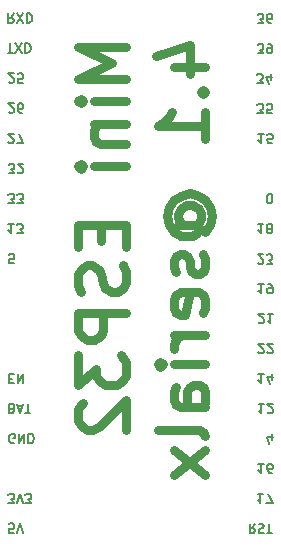
<source format=gbr>
%TF.GenerationSoftware,KiCad,Pcbnew,(5.1.8-0-10_14)*%
%TF.CreationDate,2020-12-13T22:38:35+09:00*%
%TF.ProjectId,mini-esp32,6d696e69-2d65-4737-9033-322e6b696361,rev?*%
%TF.SameCoordinates,Original*%
%TF.FileFunction,Legend,Bot*%
%TF.FilePolarity,Positive*%
%FSLAX46Y46*%
G04 Gerber Fmt 4.6, Leading zero omitted, Abs format (unit mm)*
G04 Created by KiCad (PCBNEW (5.1.8-0-10_14)) date 2020-12-13 22:38:35*
%MOMM*%
%LPD*%
G01*
G04 APERTURE LIST*
%ADD10C,0.150000*%
%ADD11C,0.750000*%
G04 APERTURE END LIST*
D10*
X143376704Y-111880695D02*
X143110038Y-112261647D01*
X142919561Y-111880695D02*
X142919561Y-112680695D01*
X143224323Y-112680695D01*
X143300514Y-112642600D01*
X143338609Y-112604504D01*
X143376704Y-112528314D01*
X143376704Y-112414028D01*
X143338609Y-112337838D01*
X143300514Y-112299742D01*
X143224323Y-112261647D01*
X142919561Y-112261647D01*
X143681466Y-111918790D02*
X143795752Y-111880695D01*
X143986228Y-111880695D01*
X144062419Y-111918790D01*
X144100514Y-111956885D01*
X144138609Y-112033076D01*
X144138609Y-112109266D01*
X144100514Y-112185457D01*
X144062419Y-112223552D01*
X143986228Y-112261647D01*
X143833847Y-112299742D01*
X143757657Y-112337838D01*
X143719561Y-112375933D01*
X143681466Y-112452123D01*
X143681466Y-112528314D01*
X143719561Y-112604504D01*
X143757657Y-112642600D01*
X143833847Y-112680695D01*
X144024323Y-112680695D01*
X144138609Y-112642600D01*
X144367180Y-112680695D02*
X144824323Y-112680695D01*
X144595752Y-111880695D02*
X144595752Y-112680695D01*
X144068819Y-109340695D02*
X143611676Y-109340695D01*
X143840247Y-109340695D02*
X143840247Y-110140695D01*
X143764057Y-110026409D01*
X143687866Y-109950219D01*
X143611676Y-109912123D01*
X144335485Y-110140695D02*
X144868819Y-110140695D01*
X144525961Y-109340695D01*
X144119619Y-106800695D02*
X143662476Y-106800695D01*
X143891047Y-106800695D02*
X143891047Y-107600695D01*
X143814857Y-107486409D01*
X143738666Y-107410219D01*
X143662476Y-107372123D01*
X144805333Y-107600695D02*
X144652952Y-107600695D01*
X144576761Y-107562600D01*
X144538666Y-107524504D01*
X144462476Y-107410219D01*
X144424380Y-107257838D01*
X144424380Y-106953076D01*
X144462476Y-106876885D01*
X144500571Y-106838790D01*
X144576761Y-106800695D01*
X144729142Y-106800695D01*
X144805333Y-106838790D01*
X144843428Y-106876885D01*
X144881523Y-106953076D01*
X144881523Y-107143552D01*
X144843428Y-107219742D01*
X144805333Y-107257838D01*
X144729142Y-107295933D01*
X144576761Y-107295933D01*
X144500571Y-107257838D01*
X144462476Y-107219742D01*
X144424380Y-107143552D01*
X144779980Y-104819428D02*
X144779980Y-104286095D01*
X144589504Y-105124190D02*
X144399028Y-104552761D01*
X144894266Y-104552761D01*
X144145019Y-101746095D02*
X143687876Y-101746095D01*
X143916447Y-101746095D02*
X143916447Y-102546095D01*
X143840257Y-102431809D01*
X143764066Y-102355619D01*
X143687876Y-102317523D01*
X144449780Y-102469904D02*
X144487876Y-102508000D01*
X144564066Y-102546095D01*
X144754542Y-102546095D01*
X144830733Y-102508000D01*
X144868828Y-102469904D01*
X144906923Y-102393714D01*
X144906923Y-102317523D01*
X144868828Y-102203238D01*
X144411685Y-101746095D01*
X144906923Y-101746095D01*
X144119619Y-99180695D02*
X143662476Y-99180695D01*
X143891047Y-99180695D02*
X143891047Y-99980695D01*
X143814857Y-99866409D01*
X143738666Y-99790219D01*
X143662476Y-99752123D01*
X144805333Y-99714028D02*
X144805333Y-99180695D01*
X144614857Y-100018790D02*
X144424380Y-99447361D01*
X144919619Y-99447361D01*
X143662476Y-97389904D02*
X143700571Y-97428000D01*
X143776761Y-97466095D01*
X143967238Y-97466095D01*
X144043428Y-97428000D01*
X144081523Y-97389904D01*
X144119619Y-97313714D01*
X144119619Y-97237523D01*
X144081523Y-97123238D01*
X143624380Y-96666095D01*
X144119619Y-96666095D01*
X144424380Y-97389904D02*
X144462476Y-97428000D01*
X144538666Y-97466095D01*
X144729142Y-97466095D01*
X144805333Y-97428000D01*
X144843428Y-97389904D01*
X144881523Y-97313714D01*
X144881523Y-97237523D01*
X144843428Y-97123238D01*
X144386285Y-96666095D01*
X144881523Y-96666095D01*
X143687876Y-94849904D02*
X143725971Y-94888000D01*
X143802161Y-94926095D01*
X143992638Y-94926095D01*
X144068828Y-94888000D01*
X144106923Y-94849904D01*
X144145019Y-94773714D01*
X144145019Y-94697523D01*
X144106923Y-94583238D01*
X143649780Y-94126095D01*
X144145019Y-94126095D01*
X144906923Y-94126095D02*
X144449780Y-94126095D01*
X144678352Y-94126095D02*
X144678352Y-94926095D01*
X144602161Y-94811809D01*
X144525971Y-94735619D01*
X144449780Y-94697523D01*
X144119619Y-91586095D02*
X143662476Y-91586095D01*
X143891047Y-91586095D02*
X143891047Y-92386095D01*
X143814857Y-92271809D01*
X143738666Y-92195619D01*
X143662476Y-92157523D01*
X144500571Y-91586095D02*
X144652952Y-91586095D01*
X144729142Y-91624190D01*
X144767238Y-91662285D01*
X144843428Y-91776571D01*
X144881523Y-91928952D01*
X144881523Y-92233714D01*
X144843428Y-92309904D01*
X144805333Y-92348000D01*
X144729142Y-92386095D01*
X144576761Y-92386095D01*
X144500571Y-92348000D01*
X144462476Y-92309904D01*
X144424380Y-92233714D01*
X144424380Y-92043238D01*
X144462476Y-91967047D01*
X144500571Y-91928952D01*
X144576761Y-91890857D01*
X144729142Y-91890857D01*
X144805333Y-91928952D01*
X144843428Y-91967047D01*
X144881523Y-92043238D01*
X143637076Y-89795304D02*
X143675171Y-89833400D01*
X143751361Y-89871495D01*
X143941838Y-89871495D01*
X144018028Y-89833400D01*
X144056123Y-89795304D01*
X144094219Y-89719114D01*
X144094219Y-89642923D01*
X144056123Y-89528638D01*
X143598980Y-89071495D01*
X144094219Y-89071495D01*
X144360885Y-89871495D02*
X144856123Y-89871495D01*
X144589457Y-89566733D01*
X144703742Y-89566733D01*
X144779933Y-89528638D01*
X144818028Y-89490542D01*
X144856123Y-89414352D01*
X144856123Y-89223876D01*
X144818028Y-89147685D01*
X144779933Y-89109590D01*
X144703742Y-89071495D01*
X144475171Y-89071495D01*
X144398980Y-89109590D01*
X144360885Y-89147685D01*
X144094219Y-86480695D02*
X143637076Y-86480695D01*
X143865647Y-86480695D02*
X143865647Y-87280695D01*
X143789457Y-87166409D01*
X143713266Y-87090219D01*
X143637076Y-87052123D01*
X144551361Y-86937838D02*
X144475171Y-86975933D01*
X144437076Y-87014028D01*
X144398980Y-87090219D01*
X144398980Y-87128314D01*
X144437076Y-87204504D01*
X144475171Y-87242600D01*
X144551361Y-87280695D01*
X144703742Y-87280695D01*
X144779933Y-87242600D01*
X144818028Y-87204504D01*
X144856123Y-87128314D01*
X144856123Y-87090219D01*
X144818028Y-87014028D01*
X144779933Y-86975933D01*
X144703742Y-86937838D01*
X144551361Y-86937838D01*
X144475171Y-86899742D01*
X144437076Y-86861647D01*
X144398980Y-86785457D01*
X144398980Y-86633076D01*
X144437076Y-86556885D01*
X144475171Y-86518790D01*
X144551361Y-86480695D01*
X144703742Y-86480695D01*
X144779933Y-86518790D01*
X144818028Y-86556885D01*
X144856123Y-86633076D01*
X144856123Y-86785457D01*
X144818028Y-86861647D01*
X144779933Y-86899742D01*
X144703742Y-86937838D01*
X144589504Y-84766095D02*
X144665695Y-84766095D01*
X144741885Y-84728000D01*
X144779980Y-84689904D01*
X144818076Y-84613714D01*
X144856171Y-84461333D01*
X144856171Y-84270857D01*
X144818076Y-84118476D01*
X144779980Y-84042285D01*
X144741885Y-84004190D01*
X144665695Y-83966095D01*
X144589504Y-83966095D01*
X144513314Y-84004190D01*
X144475219Y-84042285D01*
X144437123Y-84118476D01*
X144399028Y-84270857D01*
X144399028Y-84461333D01*
X144437123Y-84613714D01*
X144475219Y-84689904D01*
X144513314Y-84728000D01*
X144589504Y-84766095D01*
X144119619Y-78860695D02*
X143662476Y-78860695D01*
X143891047Y-78860695D02*
X143891047Y-79660695D01*
X143814857Y-79546409D01*
X143738666Y-79470219D01*
X143662476Y-79432123D01*
X144843428Y-79660695D02*
X144462476Y-79660695D01*
X144424380Y-79279742D01*
X144462476Y-79317838D01*
X144538666Y-79355933D01*
X144729142Y-79355933D01*
X144805333Y-79317838D01*
X144843428Y-79279742D01*
X144881523Y-79203552D01*
X144881523Y-79013076D01*
X144843428Y-78936885D01*
X144805333Y-78898790D01*
X144729142Y-78860695D01*
X144538666Y-78860695D01*
X144462476Y-78898790D01*
X144424380Y-78936885D01*
X143573580Y-77146095D02*
X144068819Y-77146095D01*
X143802152Y-76841333D01*
X143916438Y-76841333D01*
X143992628Y-76803238D01*
X144030723Y-76765142D01*
X144068819Y-76688952D01*
X144068819Y-76498476D01*
X144030723Y-76422285D01*
X143992628Y-76384190D01*
X143916438Y-76346095D01*
X143687866Y-76346095D01*
X143611676Y-76384190D01*
X143573580Y-76422285D01*
X144792628Y-77146095D02*
X144411676Y-77146095D01*
X144373580Y-76765142D01*
X144411676Y-76803238D01*
X144487866Y-76841333D01*
X144678342Y-76841333D01*
X144754533Y-76803238D01*
X144792628Y-76765142D01*
X144830723Y-76688952D01*
X144830723Y-76498476D01*
X144792628Y-76422285D01*
X144754533Y-76384190D01*
X144678342Y-76346095D01*
X144487866Y-76346095D01*
X144411676Y-76384190D01*
X144373580Y-76422285D01*
X143548180Y-74606095D02*
X144043419Y-74606095D01*
X143776752Y-74301333D01*
X143891038Y-74301333D01*
X143967228Y-74263238D01*
X144005323Y-74225142D01*
X144043419Y-74148952D01*
X144043419Y-73958476D01*
X144005323Y-73882285D01*
X143967228Y-73844190D01*
X143891038Y-73806095D01*
X143662466Y-73806095D01*
X143586276Y-73844190D01*
X143548180Y-73882285D01*
X144729133Y-74339428D02*
X144729133Y-73806095D01*
X144538657Y-74644190D02*
X144348180Y-74072761D01*
X144843419Y-74072761D01*
X143598980Y-72066095D02*
X144094219Y-72066095D01*
X143827552Y-71761333D01*
X143941838Y-71761333D01*
X144018028Y-71723238D01*
X144056123Y-71685142D01*
X144094219Y-71608952D01*
X144094219Y-71418476D01*
X144056123Y-71342285D01*
X144018028Y-71304190D01*
X143941838Y-71266095D01*
X143713266Y-71266095D01*
X143637076Y-71304190D01*
X143598980Y-71342285D01*
X144475171Y-71266095D02*
X144627552Y-71266095D01*
X144703742Y-71304190D01*
X144741838Y-71342285D01*
X144818028Y-71456571D01*
X144856123Y-71608952D01*
X144856123Y-71913714D01*
X144818028Y-71989904D01*
X144779933Y-72028000D01*
X144703742Y-72066095D01*
X144551361Y-72066095D01*
X144475171Y-72028000D01*
X144437076Y-71989904D01*
X144398980Y-71913714D01*
X144398980Y-71723238D01*
X144437076Y-71647047D01*
X144475171Y-71608952D01*
X144551361Y-71570857D01*
X144703742Y-71570857D01*
X144779933Y-71608952D01*
X144818028Y-71647047D01*
X144856123Y-71723238D01*
X143598980Y-69500695D02*
X144094219Y-69500695D01*
X143827552Y-69195933D01*
X143941838Y-69195933D01*
X144018028Y-69157838D01*
X144056123Y-69119742D01*
X144094219Y-69043552D01*
X144094219Y-68853076D01*
X144056123Y-68776885D01*
X144018028Y-68738790D01*
X143941838Y-68700695D01*
X143713266Y-68700695D01*
X143637076Y-68738790D01*
X143598980Y-68776885D01*
X144779933Y-69500695D02*
X144627552Y-69500695D01*
X144551361Y-69462600D01*
X144513266Y-69424504D01*
X144437076Y-69310219D01*
X144398980Y-69157838D01*
X144398980Y-68853076D01*
X144437076Y-68776885D01*
X144475171Y-68738790D01*
X144551361Y-68700695D01*
X144703742Y-68700695D01*
X144779933Y-68738790D01*
X144818028Y-68776885D01*
X144856123Y-68853076D01*
X144856123Y-69043552D01*
X144818028Y-69119742D01*
X144779933Y-69157838D01*
X144703742Y-69195933D01*
X144551361Y-69195933D01*
X144475171Y-69157838D01*
X144437076Y-69119742D01*
X144398980Y-69043552D01*
X122961466Y-68675295D02*
X122694800Y-69056247D01*
X122504323Y-68675295D02*
X122504323Y-69475295D01*
X122809085Y-69475295D01*
X122885276Y-69437200D01*
X122923371Y-69399104D01*
X122961466Y-69322914D01*
X122961466Y-69208628D01*
X122923371Y-69132438D01*
X122885276Y-69094342D01*
X122809085Y-69056247D01*
X122504323Y-69056247D01*
X123228133Y-69475295D02*
X123761466Y-68675295D01*
X123761466Y-69475295D02*
X123228133Y-68675295D01*
X124066228Y-68675295D02*
X124066228Y-69475295D01*
X124256704Y-69475295D01*
X124370990Y-69437200D01*
X124447180Y-69361009D01*
X124485276Y-69284819D01*
X124523371Y-69132438D01*
X124523371Y-69018152D01*
X124485276Y-68865771D01*
X124447180Y-68789580D01*
X124370990Y-68713390D01*
X124256704Y-68675295D01*
X124066228Y-68675295D01*
X122434476Y-72015295D02*
X122891619Y-72015295D01*
X122663047Y-71215295D02*
X122663047Y-72015295D01*
X123082095Y-72015295D02*
X123615428Y-71215295D01*
X123615428Y-72015295D02*
X123082095Y-71215295D01*
X123920190Y-71215295D02*
X123920190Y-72015295D01*
X124110666Y-72015295D01*
X124224952Y-71977200D01*
X124301142Y-71901009D01*
X124339238Y-71824819D01*
X124377333Y-71672438D01*
X124377333Y-71558152D01*
X124339238Y-71405771D01*
X124301142Y-71329580D01*
X124224952Y-71253390D01*
X124110666Y-71215295D01*
X123920190Y-71215295D01*
X122529676Y-74479104D02*
X122567771Y-74517200D01*
X122643961Y-74555295D01*
X122834438Y-74555295D01*
X122910628Y-74517200D01*
X122948723Y-74479104D01*
X122986819Y-74402914D01*
X122986819Y-74326723D01*
X122948723Y-74212438D01*
X122491580Y-73755295D01*
X122986819Y-73755295D01*
X123710628Y-74555295D02*
X123329676Y-74555295D01*
X123291580Y-74174342D01*
X123329676Y-74212438D01*
X123405866Y-74250533D01*
X123596342Y-74250533D01*
X123672533Y-74212438D01*
X123710628Y-74174342D01*
X123748723Y-74098152D01*
X123748723Y-73907676D01*
X123710628Y-73831485D01*
X123672533Y-73793390D01*
X123596342Y-73755295D01*
X123405866Y-73755295D01*
X123329676Y-73793390D01*
X123291580Y-73831485D01*
X122529676Y-77019104D02*
X122567771Y-77057200D01*
X122643961Y-77095295D01*
X122834438Y-77095295D01*
X122910628Y-77057200D01*
X122948723Y-77019104D01*
X122986819Y-76942914D01*
X122986819Y-76866723D01*
X122948723Y-76752438D01*
X122491580Y-76295295D01*
X122986819Y-76295295D01*
X123672533Y-77095295D02*
X123520152Y-77095295D01*
X123443961Y-77057200D01*
X123405866Y-77019104D01*
X123329676Y-76904819D01*
X123291580Y-76752438D01*
X123291580Y-76447676D01*
X123329676Y-76371485D01*
X123367771Y-76333390D01*
X123443961Y-76295295D01*
X123596342Y-76295295D01*
X123672533Y-76333390D01*
X123710628Y-76371485D01*
X123748723Y-76447676D01*
X123748723Y-76638152D01*
X123710628Y-76714342D01*
X123672533Y-76752438D01*
X123596342Y-76790533D01*
X123443961Y-76790533D01*
X123367771Y-76752438D01*
X123329676Y-76714342D01*
X123291580Y-76638152D01*
X122504276Y-79584504D02*
X122542371Y-79622600D01*
X122618561Y-79660695D01*
X122809038Y-79660695D01*
X122885228Y-79622600D01*
X122923323Y-79584504D01*
X122961419Y-79508314D01*
X122961419Y-79432123D01*
X122923323Y-79317838D01*
X122466180Y-78860695D01*
X122961419Y-78860695D01*
X123228085Y-79660695D02*
X123761419Y-79660695D01*
X123418561Y-78860695D01*
X122516980Y-82200695D02*
X123012219Y-82200695D01*
X122745552Y-81895933D01*
X122859838Y-81895933D01*
X122936028Y-81857838D01*
X122974123Y-81819742D01*
X123012219Y-81743552D01*
X123012219Y-81553076D01*
X122974123Y-81476885D01*
X122936028Y-81438790D01*
X122859838Y-81400695D01*
X122631266Y-81400695D01*
X122555076Y-81438790D01*
X122516980Y-81476885D01*
X123316980Y-82124504D02*
X123355076Y-82162600D01*
X123431266Y-82200695D01*
X123621742Y-82200695D01*
X123697933Y-82162600D01*
X123736028Y-82124504D01*
X123774123Y-82048314D01*
X123774123Y-81972123D01*
X123736028Y-81857838D01*
X123278885Y-81400695D01*
X123774123Y-81400695D01*
X122491580Y-84740695D02*
X122986819Y-84740695D01*
X122720152Y-84435933D01*
X122834438Y-84435933D01*
X122910628Y-84397838D01*
X122948723Y-84359742D01*
X122986819Y-84283552D01*
X122986819Y-84093076D01*
X122948723Y-84016885D01*
X122910628Y-83978790D01*
X122834438Y-83940695D01*
X122605866Y-83940695D01*
X122529676Y-83978790D01*
X122491580Y-84016885D01*
X123253485Y-84740695D02*
X123748723Y-84740695D01*
X123482057Y-84435933D01*
X123596342Y-84435933D01*
X123672533Y-84397838D01*
X123710628Y-84359742D01*
X123748723Y-84283552D01*
X123748723Y-84093076D01*
X123710628Y-84016885D01*
X123672533Y-83978790D01*
X123596342Y-83940695D01*
X123367771Y-83940695D01*
X123291580Y-83978790D01*
X123253485Y-84016885D01*
X122961419Y-86479095D02*
X122504276Y-86479095D01*
X122732847Y-86479095D02*
X122732847Y-87279095D01*
X122656657Y-87164809D01*
X122580466Y-87088619D01*
X122504276Y-87050523D01*
X123228085Y-87279095D02*
X123723323Y-87279095D01*
X123456657Y-86974333D01*
X123570942Y-86974333D01*
X123647133Y-86936238D01*
X123685228Y-86898142D01*
X123723323Y-86821952D01*
X123723323Y-86631476D01*
X123685228Y-86555285D01*
X123647133Y-86517190D01*
X123570942Y-86479095D01*
X123342371Y-86479095D01*
X123266180Y-86517190D01*
X123228085Y-86555285D01*
X122948676Y-89820695D02*
X122567723Y-89820695D01*
X122529628Y-89439742D01*
X122567723Y-89477838D01*
X122643914Y-89515933D01*
X122834390Y-89515933D01*
X122910580Y-89477838D01*
X122948676Y-89439742D01*
X122986771Y-89363552D01*
X122986771Y-89173076D01*
X122948676Y-89096885D01*
X122910580Y-89058790D01*
X122834390Y-89020695D01*
X122643914Y-89020695D01*
X122567723Y-89058790D01*
X122529628Y-89096885D01*
X122574123Y-99625142D02*
X122840790Y-99625142D01*
X122955076Y-99206095D02*
X122574123Y-99206095D01*
X122574123Y-100006095D01*
X122955076Y-100006095D01*
X123297933Y-99206095D02*
X123297933Y-100006095D01*
X123755076Y-99206095D01*
X123755076Y-100006095D01*
X122802723Y-102139742D02*
X122917009Y-102101647D01*
X122955104Y-102063552D01*
X122993200Y-101987361D01*
X122993200Y-101873076D01*
X122955104Y-101796885D01*
X122917009Y-101758790D01*
X122840819Y-101720695D01*
X122536057Y-101720695D01*
X122536057Y-102520695D01*
X122802723Y-102520695D01*
X122878914Y-102482600D01*
X122917009Y-102444504D01*
X122955104Y-102368314D01*
X122955104Y-102292123D01*
X122917009Y-102215933D01*
X122878914Y-102177838D01*
X122802723Y-102139742D01*
X122536057Y-102139742D01*
X123297961Y-101949266D02*
X123678914Y-101949266D01*
X123221771Y-101720695D02*
X123488438Y-102520695D01*
X123755104Y-101720695D01*
X123907485Y-102520695D02*
X124364628Y-102520695D01*
X124136057Y-101720695D02*
X124136057Y-102520695D01*
X122986876Y-105022600D02*
X122910685Y-105060695D01*
X122796400Y-105060695D01*
X122682114Y-105022600D01*
X122605923Y-104946409D01*
X122567828Y-104870219D01*
X122529733Y-104717838D01*
X122529733Y-104603552D01*
X122567828Y-104451171D01*
X122605923Y-104374980D01*
X122682114Y-104298790D01*
X122796400Y-104260695D01*
X122872590Y-104260695D01*
X122986876Y-104298790D01*
X123024971Y-104336885D01*
X123024971Y-104603552D01*
X122872590Y-104603552D01*
X123367828Y-104260695D02*
X123367828Y-105060695D01*
X123824971Y-104260695D01*
X123824971Y-105060695D01*
X124205923Y-104260695D02*
X124205923Y-105060695D01*
X124396400Y-105060695D01*
X124510685Y-105022600D01*
X124586876Y-104946409D01*
X124624971Y-104870219D01*
X124663066Y-104717838D01*
X124663066Y-104603552D01*
X124624971Y-104451171D01*
X124586876Y-104374980D01*
X124510685Y-104298790D01*
X124396400Y-104260695D01*
X124205923Y-104260695D01*
X122504323Y-110140695D02*
X122999561Y-110140695D01*
X122732895Y-109835933D01*
X122847180Y-109835933D01*
X122923371Y-109797838D01*
X122961466Y-109759742D01*
X122999561Y-109683552D01*
X122999561Y-109493076D01*
X122961466Y-109416885D01*
X122923371Y-109378790D01*
X122847180Y-109340695D01*
X122618609Y-109340695D01*
X122542419Y-109378790D01*
X122504323Y-109416885D01*
X123228133Y-110140695D02*
X123494800Y-109340695D01*
X123761466Y-110140695D01*
X123951942Y-110140695D02*
X124447180Y-110140695D01*
X124180514Y-109835933D01*
X124294800Y-109835933D01*
X124370990Y-109797838D01*
X124409085Y-109759742D01*
X124447180Y-109683552D01*
X124447180Y-109493076D01*
X124409085Y-109416885D01*
X124370990Y-109378790D01*
X124294800Y-109340695D01*
X124066228Y-109340695D01*
X123990038Y-109378790D01*
X123951942Y-109416885D01*
X122936019Y-112655295D02*
X122555066Y-112655295D01*
X122516971Y-112274342D01*
X122555066Y-112312438D01*
X122631257Y-112350533D01*
X122821733Y-112350533D01*
X122897923Y-112312438D01*
X122936019Y-112274342D01*
X122974114Y-112198152D01*
X122974114Y-112007676D01*
X122936019Y-111931485D01*
X122897923Y-111893390D01*
X122821733Y-111855295D01*
X122631257Y-111855295D01*
X122555066Y-111893390D01*
X122516971Y-111931485D01*
X123202685Y-112655295D02*
X123469352Y-111855295D01*
X123736019Y-112655295D01*
D11*
X132434523Y-71539880D02*
X128434523Y-71539880D01*
X131291666Y-72873214D01*
X128434523Y-74206547D01*
X132434523Y-74206547D01*
X132434523Y-76111309D02*
X129767857Y-76111309D01*
X128434523Y-76111309D02*
X128625000Y-75920833D01*
X128815476Y-76111309D01*
X128625000Y-76301785D01*
X128434523Y-76111309D01*
X128815476Y-76111309D01*
X129767857Y-78016071D02*
X132434523Y-78016071D01*
X130148809Y-78016071D02*
X129958333Y-78206547D01*
X129767857Y-78587499D01*
X129767857Y-79158928D01*
X129958333Y-79539880D01*
X130339285Y-79730357D01*
X132434523Y-79730357D01*
X132434523Y-81635119D02*
X129767857Y-81635119D01*
X128434523Y-81635119D02*
X128625000Y-81444642D01*
X128815476Y-81635119D01*
X128625000Y-81825595D01*
X128434523Y-81635119D01*
X128815476Y-81635119D01*
X130339285Y-86587499D02*
X130339285Y-87920833D01*
X132434523Y-88492261D02*
X132434523Y-86587499D01*
X128434523Y-86587499D01*
X128434523Y-88492261D01*
X132244047Y-90016071D02*
X132434523Y-90587499D01*
X132434523Y-91539880D01*
X132244047Y-91920833D01*
X132053571Y-92111309D01*
X131672619Y-92301785D01*
X131291666Y-92301785D01*
X130910714Y-92111309D01*
X130720238Y-91920833D01*
X130529761Y-91539880D01*
X130339285Y-90777976D01*
X130148809Y-90397023D01*
X129958333Y-90206547D01*
X129577380Y-90016071D01*
X129196428Y-90016071D01*
X128815476Y-90206547D01*
X128625000Y-90397023D01*
X128434523Y-90777976D01*
X128434523Y-91730357D01*
X128625000Y-92301785D01*
X132434523Y-94016071D02*
X128434523Y-94016071D01*
X128434523Y-95539880D01*
X128625000Y-95920833D01*
X128815476Y-96111309D01*
X129196428Y-96301785D01*
X129767857Y-96301785D01*
X130148809Y-96111309D01*
X130339285Y-95920833D01*
X130529761Y-95539880D01*
X130529761Y-94016071D01*
X128434523Y-97635119D02*
X128434523Y-100111309D01*
X129958333Y-98777976D01*
X129958333Y-99349404D01*
X130148809Y-99730357D01*
X130339285Y-99920833D01*
X130720238Y-100111309D01*
X131672619Y-100111309D01*
X132053571Y-99920833D01*
X132244047Y-99730357D01*
X132434523Y-99349404D01*
X132434523Y-98206547D01*
X132244047Y-97825595D01*
X132053571Y-97635119D01*
X128815476Y-101635119D02*
X128625000Y-101825595D01*
X128434523Y-102206547D01*
X128434523Y-103158928D01*
X128625000Y-103539880D01*
X128815476Y-103730357D01*
X129196428Y-103920833D01*
X129577380Y-103920833D01*
X130148809Y-103730357D01*
X132434523Y-101444642D01*
X132434523Y-103920833D01*
X136517857Y-73254166D02*
X139184523Y-73254166D01*
X134994047Y-72301785D02*
X137851190Y-71349404D01*
X137851190Y-73825595D01*
X138803571Y-75349404D02*
X138994047Y-75539880D01*
X139184523Y-75349404D01*
X138994047Y-75158928D01*
X138803571Y-75349404D01*
X139184523Y-75349404D01*
X139184523Y-79349404D02*
X139184523Y-77063690D01*
X139184523Y-78206547D02*
X135184523Y-78206547D01*
X135755952Y-77825595D01*
X136136904Y-77444642D01*
X136327380Y-77063690D01*
X137279761Y-86587500D02*
X137089285Y-86397023D01*
X136898809Y-86016071D01*
X136898809Y-85635119D01*
X137089285Y-85254166D01*
X137279761Y-85063690D01*
X137660714Y-84873214D01*
X138041666Y-84873214D01*
X138422619Y-85063690D01*
X138613095Y-85254166D01*
X138803571Y-85635119D01*
X138803571Y-86016071D01*
X138613095Y-86397023D01*
X138422619Y-86587500D01*
X136898809Y-86587500D02*
X138422619Y-86587500D01*
X138613095Y-86777976D01*
X138613095Y-86968452D01*
X138422619Y-87349404D01*
X138041666Y-87539880D01*
X137089285Y-87539880D01*
X136517857Y-87158928D01*
X136136904Y-86587500D01*
X135946428Y-85825595D01*
X136136904Y-85063690D01*
X136517857Y-84492261D01*
X137089285Y-84111309D01*
X137851190Y-83920833D01*
X138613095Y-84111309D01*
X139184523Y-84492261D01*
X139565476Y-85063690D01*
X139755952Y-85825595D01*
X139565476Y-86587500D01*
X139184523Y-87158928D01*
X138994047Y-89063690D02*
X139184523Y-89444642D01*
X139184523Y-90206547D01*
X138994047Y-90587500D01*
X138613095Y-90777976D01*
X138422619Y-90777976D01*
X138041666Y-90587500D01*
X137851190Y-90206547D01*
X137851190Y-89635119D01*
X137660714Y-89254166D01*
X137279761Y-89063690D01*
X137089285Y-89063690D01*
X136708333Y-89254166D01*
X136517857Y-89635119D01*
X136517857Y-90206547D01*
X136708333Y-90587500D01*
X138994047Y-94016071D02*
X139184523Y-93635119D01*
X139184523Y-92873214D01*
X138994047Y-92492261D01*
X138613095Y-92301785D01*
X137089285Y-92301785D01*
X136708333Y-92492261D01*
X136517857Y-92873214D01*
X136517857Y-93635119D01*
X136708333Y-94016071D01*
X137089285Y-94206547D01*
X137470238Y-94206547D01*
X137851190Y-92301785D01*
X139184523Y-95920833D02*
X136517857Y-95920833D01*
X137279761Y-95920833D02*
X136898809Y-96111309D01*
X136708333Y-96301785D01*
X136517857Y-96682738D01*
X136517857Y-97063690D01*
X139184523Y-98397023D02*
X136517857Y-98397023D01*
X135184523Y-98397023D02*
X135375000Y-98206547D01*
X135565476Y-98397023D01*
X135375000Y-98587500D01*
X135184523Y-98397023D01*
X135565476Y-98397023D01*
X139184523Y-102016071D02*
X137089285Y-102016071D01*
X136708333Y-101825595D01*
X136517857Y-101444642D01*
X136517857Y-100682738D01*
X136708333Y-100301785D01*
X138994047Y-102016071D02*
X139184523Y-101635119D01*
X139184523Y-100682738D01*
X138994047Y-100301785D01*
X138613095Y-100111309D01*
X138232142Y-100111309D01*
X137851190Y-100301785D01*
X137660714Y-100682738D01*
X137660714Y-101635119D01*
X137470238Y-102016071D01*
X139184523Y-104492261D02*
X138994047Y-104111309D01*
X138613095Y-103920833D01*
X135184523Y-103920833D01*
X139184523Y-105635119D02*
X136517857Y-107730357D01*
X136517857Y-105635119D02*
X139184523Y-107730357D01*
M02*

</source>
